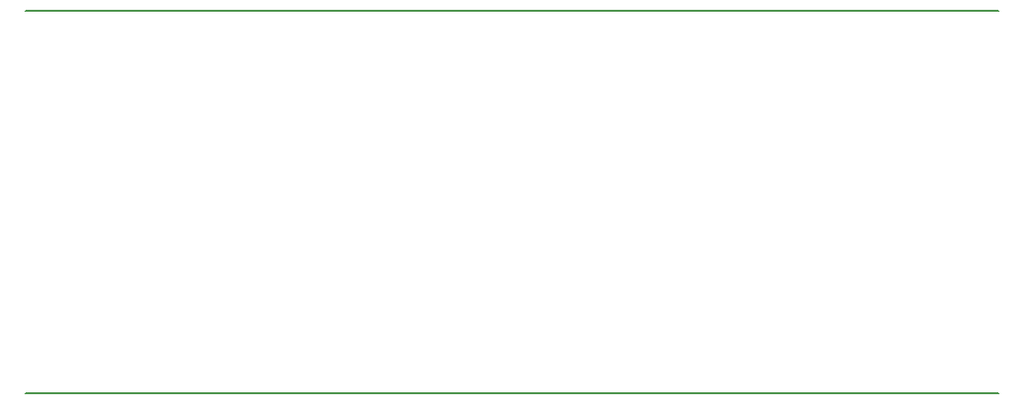
<source format=gbo>
G04 #@! TF.FileFunction,Legend,Bot*
%FSLAX46Y46*%
G04 Gerber Fmt 4.6, Leading zero omitted, Abs format (unit mm)*
G04 Created by KiCad (PCBNEW 4.0.6) date Sun May 21 14:11:35 2017*
%MOMM*%
%LPD*%
G01*
G04 APERTURE LIST*
%ADD10C,0.100000*%
%ADD11C,0.200000*%
G04 APERTURE END LIST*
D10*
D11*
X78740000Y-99060000D02*
X162560000Y-99060000D01*
X78740000Y-66040000D02*
X162560000Y-66040000D01*
M02*

</source>
